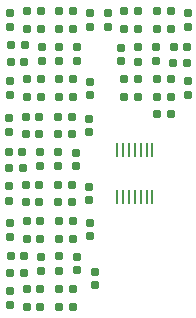
<source format=gbr>
%TF.GenerationSoftware,KiCad,Pcbnew,(7.0.0)*%
%TF.CreationDate,2023-05-27T11:25:38+01:00*%
%TF.ProjectId,FB_Filter_PCB,46425f46-696c-4746-9572-5f5043422e6b,rev?*%
%TF.SameCoordinates,Original*%
%TF.FileFunction,Paste,Bot*%
%TF.FilePolarity,Positive*%
%FSLAX46Y46*%
G04 Gerber Fmt 4.6, Leading zero omitted, Abs format (unit mm)*
G04 Created by KiCad (PCBNEW (7.0.0)) date 2023-05-27 11:25:38*
%MOMM*%
%LPD*%
G01*
G04 APERTURE LIST*
G04 Aperture macros list*
%AMRoundRect*
0 Rectangle with rounded corners*
0 $1 Rounding radius*
0 $2 $3 $4 $5 $6 $7 $8 $9 X,Y pos of 4 corners*
0 Add a 4 corners polygon primitive as box body*
4,1,4,$2,$3,$4,$5,$6,$7,$8,$9,$2,$3,0*
0 Add four circle primitives for the rounded corners*
1,1,$1+$1,$2,$3*
1,1,$1+$1,$4,$5*
1,1,$1+$1,$6,$7*
1,1,$1+$1,$8,$9*
0 Add four rect primitives between the rounded corners*
20,1,$1+$1,$2,$3,$4,$5,0*
20,1,$1+$1,$4,$5,$6,$7,0*
20,1,$1+$1,$6,$7,$8,$9,0*
20,1,$1+$1,$8,$9,$2,$3,0*%
G04 Aperture macros list end*
%ADD10RoundRect,0.160000X-0.197500X-0.160000X0.197500X-0.160000X0.197500X0.160000X-0.197500X0.160000X0*%
%ADD11RoundRect,0.160000X-0.160000X0.197500X-0.160000X-0.197500X0.160000X-0.197500X0.160000X0.197500X0*%
%ADD12RoundRect,0.155000X0.212500X0.155000X-0.212500X0.155000X-0.212500X-0.155000X0.212500X-0.155000X0*%
%ADD13RoundRect,0.155000X-0.212500X-0.155000X0.212500X-0.155000X0.212500X0.155000X-0.212500X0.155000X0*%
%ADD14RoundRect,0.160000X0.197500X0.160000X-0.197500X0.160000X-0.197500X-0.160000X0.197500X-0.160000X0*%
%ADD15RoundRect,0.160000X0.160000X-0.197500X0.160000X0.197500X-0.160000X0.197500X-0.160000X-0.197500X0*%
%ADD16RoundRect,0.155000X0.155000X-0.212500X0.155000X0.212500X-0.155000X0.212500X-0.155000X-0.212500X0*%
%ADD17RoundRect,0.155000X-0.155000X0.212500X-0.155000X-0.212500X0.155000X-0.212500X0.155000X0.212500X0*%
%ADD18R,0.280000X1.200000*%
G04 APERTURE END LIST*
D10*
%TO.C,R25*%
X93867500Y-67995000D03*
X95062500Y-67995000D03*
%TD*%
D11*
%TO.C,R39*%
X84215000Y-66647500D03*
X84215000Y-67842500D03*
%TD*%
D12*
%TO.C,C9*%
X86750000Y-84230000D03*
X85615000Y-84230000D03*
%TD*%
%TO.C,C32*%
X97782500Y-73762500D03*
X96647500Y-73762500D03*
%TD*%
D11*
%TO.C,R16*%
X88332500Y-87250000D03*
X88332500Y-88445000D03*
%TD*%
D13*
%TO.C,C11*%
X85615000Y-85730000D03*
X86750000Y-85730000D03*
%TD*%
%TO.C,C26*%
X96647500Y-66495000D03*
X97782500Y-66495000D03*
%TD*%
D10*
%TO.C,R14*%
X84175000Y-88622214D03*
X85370000Y-88622214D03*
%TD*%
D14*
%TO.C,R23*%
X95062500Y-66495000D03*
X93867500Y-66495000D03*
%TD*%
D15*
%TO.C,R13*%
X86832500Y-88447500D03*
X86832500Y-87252500D03*
%TD*%
D10*
%TO.C,R37*%
X88367500Y-67995000D03*
X89562500Y-67995000D03*
%TD*%
D15*
%TO.C,R8*%
X84109000Y-82519026D03*
X84109000Y-81324026D03*
%TD*%
D10*
%TO.C,R15*%
X88335000Y-89997500D03*
X89530000Y-89997500D03*
%TD*%
D12*
%TO.C,C1*%
X86676500Y-75404026D03*
X85541500Y-75404026D03*
%TD*%
D14*
%TO.C,R3*%
X89456500Y-76904026D03*
X88261500Y-76904026D03*
%TD*%
D12*
%TO.C,C34*%
X86782500Y-73762500D03*
X85647500Y-73762500D03*
%TD*%
D10*
%TO.C,R32*%
X88367500Y-73762500D03*
X89562500Y-73762500D03*
%TD*%
D14*
%TO.C,R27*%
X99162500Y-70892500D03*
X97967500Y-70892500D03*
%TD*%
D13*
%TO.C,C40*%
X85647500Y-66495000D03*
X86782500Y-66495000D03*
%TD*%
D10*
%TO.C,R36*%
X84267500Y-69365000D03*
X85462500Y-69365000D03*
%TD*%
D14*
%TO.C,R9*%
X89456500Y-82671526D03*
X88261500Y-82671526D03*
%TD*%
D12*
%TO.C,C13*%
X86750000Y-89997500D03*
X85615000Y-89997500D03*
%TD*%
D14*
%TO.C,R12*%
X89530000Y-85730000D03*
X88335000Y-85730000D03*
%TD*%
D12*
%TO.C,C37*%
X85372500Y-70747500D03*
X84237500Y-70747500D03*
%TD*%
D10*
%TO.C,R5*%
X84101500Y-79785000D03*
X85296500Y-79785000D03*
%TD*%
D11*
%TO.C,R33*%
X84215000Y-72415000D03*
X84215000Y-73610000D03*
%TD*%
D16*
%TO.C,C10*%
X90932500Y-85547500D03*
X90932500Y-84412500D03*
%TD*%
D14*
%TO.C,R34*%
X89562500Y-72262500D03*
X88367500Y-72262500D03*
%TD*%
D15*
%TO.C,R38*%
X88365000Y-70710000D03*
X88365000Y-69515000D03*
%TD*%
D13*
%TO.C,C29*%
X98057500Y-69510000D03*
X99192500Y-69510000D03*
%TD*%
D11*
%TO.C,R35*%
X86865000Y-69517500D03*
X86865000Y-70712500D03*
%TD*%
D14*
%TO.C,R40*%
X89562500Y-66495000D03*
X88367500Y-66495000D03*
%TD*%
D10*
%TO.C,R1*%
X88261500Y-75404026D03*
X89456500Y-75404026D03*
%TD*%
D16*
%TO.C,C2*%
X90859000Y-76721526D03*
X90859000Y-75586526D03*
%TD*%
D17*
%TO.C,C6*%
X90859000Y-81354026D03*
X90859000Y-82489026D03*
%TD*%
D11*
%TO.C,R7*%
X88259000Y-78424026D03*
X88259000Y-79619026D03*
%TD*%
D13*
%TO.C,C3*%
X85541500Y-76904026D03*
X86676500Y-76904026D03*
%TD*%
D18*
%TO.C,J1*%
X93249999Y-78249999D03*
X93249999Y-82249999D03*
X93749999Y-78249999D03*
X93749999Y-82249999D03*
X94249999Y-78249999D03*
X94249999Y-82249999D03*
X94749999Y-78249999D03*
X94749999Y-82249999D03*
X95249999Y-78249999D03*
X95249999Y-82249999D03*
X95749999Y-78249999D03*
X95749999Y-82249999D03*
X96249999Y-78249999D03*
X96249999Y-82249999D03*
%TD*%
D13*
%TO.C,C36*%
X85647500Y-72262500D03*
X86782500Y-72262500D03*
%TD*%
D10*
%TO.C,R10*%
X88335000Y-84230000D03*
X89530000Y-84230000D03*
%TD*%
D13*
%TO.C,C15*%
X85615000Y-91497500D03*
X86750000Y-91497500D03*
%TD*%
D17*
%TO.C,C41*%
X89865000Y-69545000D03*
X89865000Y-70680000D03*
%TD*%
D15*
%TO.C,R2*%
X84109000Y-76751526D03*
X84109000Y-75556526D03*
%TD*%
D13*
%TO.C,C7*%
X85541500Y-82671526D03*
X86676500Y-82671526D03*
%TD*%
D12*
%TO.C,C28*%
X97782500Y-67995000D03*
X96647500Y-67995000D03*
%TD*%
D16*
%TO.C,C27*%
X92465000Y-67812500D03*
X92465000Y-66677500D03*
%TD*%
D14*
%TO.C,R28*%
X95062500Y-72262500D03*
X93867500Y-72262500D03*
%TD*%
D16*
%TO.C,C16*%
X89832500Y-88415000D03*
X89832500Y-87280000D03*
%TD*%
D13*
%TO.C,C31*%
X96665000Y-75200000D03*
X97800000Y-75200000D03*
%TD*%
D16*
%TO.C,C8*%
X89759000Y-79589026D03*
X89759000Y-78454026D03*
%TD*%
D13*
%TO.C,C30*%
X96647500Y-72262500D03*
X97782500Y-72262500D03*
%TD*%
D15*
%TO.C,R17*%
X84182500Y-91345000D03*
X84182500Y-90150000D03*
%TD*%
D17*
%TO.C,C39*%
X90965000Y-66677500D03*
X90965000Y-67812500D03*
%TD*%
D15*
%TO.C,R4*%
X86759000Y-79621526D03*
X86759000Y-78426526D03*
%TD*%
%TO.C,R11*%
X84182500Y-85577500D03*
X84182500Y-84382500D03*
%TD*%
D10*
%TO.C,R6*%
X88261500Y-81171526D03*
X89456500Y-81171526D03*
%TD*%
D12*
%TO.C,C38*%
X86782500Y-67995000D03*
X85647500Y-67995000D03*
%TD*%
%TO.C,C5*%
X86676500Y-81171526D03*
X85541500Y-81171526D03*
%TD*%
D14*
%TO.C,R18*%
X89530000Y-91497500D03*
X88335000Y-91497500D03*
%TD*%
D15*
%TO.C,R26*%
X96565000Y-70740000D03*
X96565000Y-69545000D03*
%TD*%
D12*
%TO.C,C4*%
X85238543Y-78400431D03*
X84103543Y-78400431D03*
%TD*%
D15*
%TO.C,R24*%
X99215000Y-67842500D03*
X99215000Y-66647500D03*
%TD*%
%TO.C,R30*%
X99215000Y-73610000D03*
X99215000Y-72415000D03*
%TD*%
D17*
%TO.C,C35*%
X90965000Y-72445000D03*
X90965000Y-73580000D03*
%TD*%
D11*
%TO.C,R29*%
X95065000Y-69547500D03*
X95065000Y-70742500D03*
%TD*%
D12*
%TO.C,C12*%
X85400000Y-87239714D03*
X84265000Y-87239714D03*
%TD*%
D16*
%TO.C,C14*%
X91400000Y-89667500D03*
X91400000Y-88532500D03*
%TD*%
%TO.C,C33*%
X93565000Y-70712500D03*
X93565000Y-69577500D03*
%TD*%
D10*
%TO.C,R31*%
X93867500Y-73762500D03*
X95062500Y-73762500D03*
%TD*%
M02*

</source>
